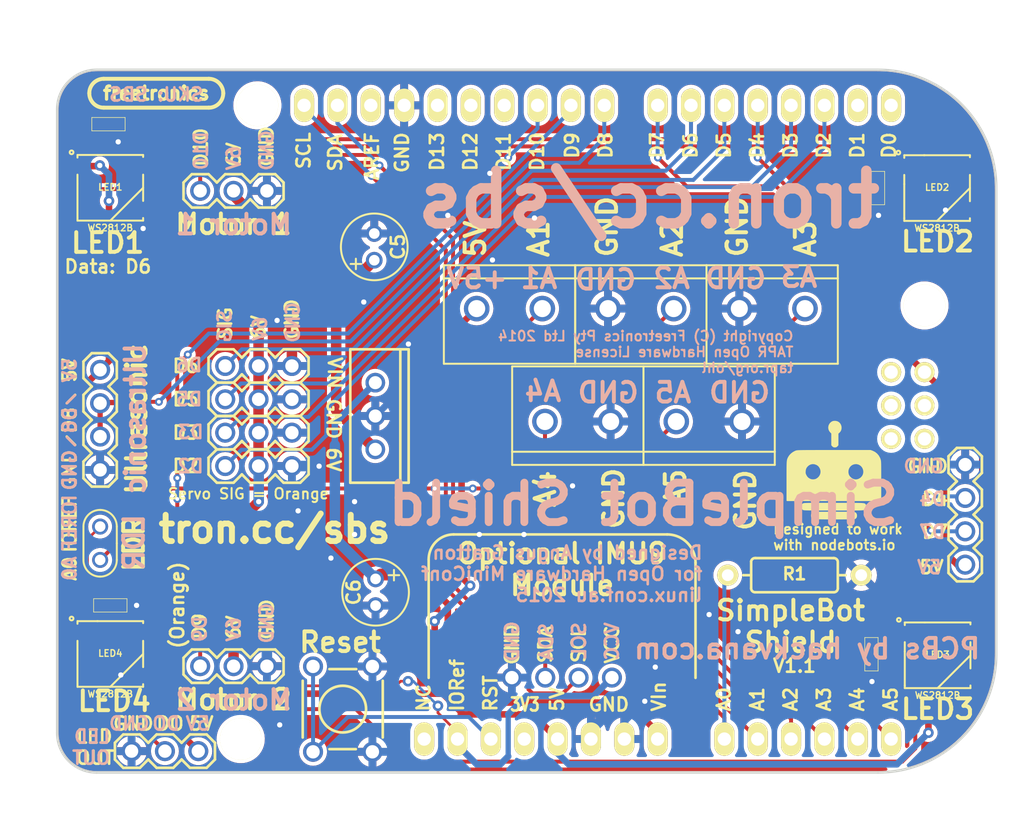
<source format=kicad_pcb>
(kicad_pcb (version 20221018) (generator pcbnew)
  (layers (0 "F.Cu" signal) (31 "B.Cu" signal) (34 "B.Paste" user) (35 "F.Paste" user) (36 "B.SilkS" user "B.Silkscreen") (37 "F.SilkS" user "F.Silkscreen") (38 "B.Mask" user) (39 "F.Mask" user) (44 "Edge.Cuts" user))
  (net 0 "")
  (net 1 "+5V")
  (net 2 "GND")
  (net 3 "/D2")
  (net 4 "/D6")
  (net 5 "/D3")
  (net 6 "/D9")
  (net 7 "/D5")
  (net 8 "/D10")
  (net 9 "Net-(LED1-Pad2)")
  (net 10 "Net-(LED2-Pad2)")
  (net 11 "Net-(LED3-Pad2)")
  (net 12 "IORef")
  (net 13 "/SCL")
  (net 14 "/SDA")
  (net 15 "/A1")
  (net 16 "/A2")
  (net 17 "/A3")
  (net 18 "/A4_SDA")
  (net 19 "/A5_SCL")
  (net 20 "/D8")
  (net 21 "/D7")
  (net 22 "/D4")
  (net 23 "/A0")
  (net 24 "Net-(SHIELD1-PadRST)")
  (net 25 "+6V")
  (net 26 "VIn")
  (net 27 "/DO")
  (footprint "FT:0603" (layer "F.Cu") (at 147.5 132.5 -90)
    (fp_text reference "C1" hide)
    (fp_text value "100nF" hide)
  )
  (footprint "FT:0603" (layer "F.Cu") (at 88.9 127.635)
    (fp_text reference "C2")
    (fp_text value "100nF")
  )
  (footprint "FT:0603" (layer "F.Cu") (at 89.04 164.28)
    (fp_text reference "C3")
    (fp_text value "100nF")
  )
  (footprint "FT:0603" (layer "F.Cu") (at 147 168 -90)
    (fp_text reference "C4")
    (fp_text value "100nF")
  )
  (footprint "FT:1X03" (layer "F.Cu") (at 97.79 153.67)
    (fp_text reference "K1" hide)
    (fp_text value "CONN_3" hide)
  )
  (footprint "FT:1X03" (layer "F.Cu") (at 97.79 146.05)
    (fp_text reference "K2" hide)
    (fp_text value "CONN_3" hide)
  )
  (footprint "FT:1X03" (layer "F.Cu") (at 97.79 151.13)
    (fp_text reference "K3" hide)
    (fp_text value "CONN_3" hide)
  )
  (footprint "FT:1X03" (layer "F.Cu") (at 95.885 168.91)
    (fp_text reference "K4" hide)
    (fp_text value "CONN_3" hide)
  )
  (footprint "FT:1X03" (layer "F.Cu") (at 97.79 148.59)
    (fp_text reference "K5" hide)
    (fp_text value "CONN_3" hide)
  )
  (footprint "FT:1X03" (layer "F.Cu") (at 95.885 132.715)
    (fp_text reference "K6" hide)
    (fp_text value "CONN_3" hide)
  )
  (footprint "FT:WS2812B" (layer "F.Cu") (at 89.04 132.48)
    (fp_text reference "LED1")
    (fp_text value "WS2812B")
  )
  (footprint "FT:WS2812B" (layer "F.Cu") (at 152 132.5)
    (fp_text reference "LED2")
    (fp_text value "WS2812B")
  )
  (footprint "FT:WS2812B" (layer "F.Cu") (at 152.04 168.08)
    (fp_text reference "LED3")
    (fp_text value "WS2812B")
  )
  (footprint "FT:WS2812B" (layer "F.Cu") (at 89.04 167.98)
    (fp_text reference "LED4")
    (fp_text value "WS2812B")
  )
  (footprint "FT:FT_MODULE_IMU9" (layer "F.Cu") (at 127.24 169.78 180)
    (fp_text reference "P2" hide)
    (fp_text value "CONN_4" hide)
  )
  (footprint "FT:1X04" (layer "F.Cu") (at 88.265 146.345 -90)
    (fp_text reference "P5")
    (fp_text value "CONN_4" hide)
  )
  (footprint "FT:1X04" (layer "F.Cu") (at 154.14 161.18 90)
    (fp_text reference "P6" hide)
    (fp_text value "CONN_4" hide)
  )
  (footprint "FT:ARDUINO_SHIELD" (layer "F.Cu") (at 85 177)
    (fp_text reference "SHIELD1" hide)
    (fp_text value "ARDUINO_SHIELD" hide)
  )
  (footprint "FT:TACTILE-PTH" (layer "F.Cu") (at 106.74 172.18 -90)
    (fp_text reference "SW1" hide)
    (fp_text value "BUTTON" hide)
  )
  (footprint "FT:SCREWTERMINAL-5MM-2" (layer "F.Cu") (at 119.44 141.68 180)
    (fp_text reference "JP1")
    (fp_text value "M02")
  )
  (footprint "FT:SCREWTERMINAL-5MM-2" (layer "F.Cu") (at 129.44 141.68 180)
    (fp_text reference "JP2")
    (fp_text value "M02")
  )
  (footprint "FT:SCREWTERMINAL-5MM-2" (layer "F.Cu") (at 139.44 141.68 180)
    (fp_text reference "JP3")
    (fp_text value "M02")
  )
  (footprint "FT:SCREWTERMINAL-5MM-2" (layer "F.Cu") (at 124.64 150.28)
    (fp_text reference "JP4")
    (fp_text value "M02")
  )
  (footprint "FT:SCREWTERMINAL-5MM-2" (layer "F.Cu") (at 134.64 150.28)
    (fp_text reference "JP5")
    (fp_text value "M02")
  )
  (footprint "E2-5" (layer "F.Cu") (at 109.14 136.98 90)
    (fp_text reference "C5")
    (fp_text value "100uF 25V" hide)
  )
  (footprint "CAP-PTH-SMALL" (layer "F.Cu") (at 88.265 158.28 -90)
    (fp_text reference "LDR1" hide)
    (fp_text value "PHOTORES_LDR" hide)
  )
  (footprint "FT:RES_AXIAL_400MIL" (layer "F.Cu") (at 141.14 161.98)
    (fp_text reference "R1")
    (fp_text value "R" hide)
  )
  (footprint "FT:E2-5" (layer "F.Cu") (at 109.24 163.28 -90)
    (fp_text reference "C6")
    (fp_text value "100uF 25V" hide)
  )
  (footprint "FT:TO220-IGO" (layer "F.Cu") (at 109.22 149.86 -90)
    (fp_text reference "REG1" hide)
    (fp_text value "LF60ABV" hide)
  )
  (footprint "FT:nodebot_logo" (layer "F.Cu") (at 144.14 153.98)
    (fp_text reference "G***" hide)
    (fp_text value "LOGO" hide)
  )
  (footprint "FT:LOGO_OSHW_silkscreen_5mm" (layer "F.Cu") (at 98.64 138.68)
    (fp_text reference "LOGO_OSHW_silkscreen_5mm" hide)
    (fp_text value "val**" hide)
  )
  (footprint "FT:LOGO_FREETRONICS_MIDSIZE" (layer "F.Cu") (at 92.54 125.28)
    (fp_text reference "LOGO_FREETRONICS" hide)
    (fp_text value "val**" hide)
  )
  (footprint "FT:1X03" (layer "F.Cu") (at 95.74 175.38 180)
    (fp_text reference "P1" hide)
    (fp_text value "CONN_3")
  )
  (gr_line (start 86.34 152.08) (end 85.74 151.48) (stroke (width 0.2)) (layer "B.SilkS"))
  (gr_line (start 85.74 148.88) (end 86.34 148.28) (stroke (width 0.2)) (layer "B.SilkS"))
  (gr_line (start 133.604 161.036) (end 133.604 169.799) (stroke (width 0.2)) (layer "F.SilkS"))
  (gr_line (start 113.284 169.799) (end 113.284 160.782) (stroke (width 0.2)) (layer "F.SilkS"))
  (gr_line (start 85.725 148.885) (end 86.36 148.25) (stroke (width 0.2)) (layer "F.SilkS"))
  (gr_line (start 115.189 158.877) (end 131.445 158.877) (stroke (width 0.2)) (layer "F.SilkS"))
  (gr_arc (start 131.445 158.877) (mid 132.971644 159.509356) (end 133.604 161.036) (stroke (width 0.2)) (layer "F.SilkS"))
  (gr_line (start 85.725 151.425) (end 86.36 152.06) (stroke (width 0.2)) (layer "F.SilkS"))
  (gr_arc (start 113.284 160.782) (mid 113.841962 159.434962) (end 115.189 158.877) (stroke (width 0.2)) (layer "F.SilkS"))
  (gr_line (start 88 123.5) (end 147.5 123.5) (stroke (width 0.2)) (layer "Edge.Cuts"))
  (gr_arc (start 88 177) (mid 85.87868 176.12132) (end 85 174) (stroke (width 0.2)) (layer "Edge.Cuts"))
  (gr_line (start 85 126.5) (end 85 174) (stroke (width 0.2)) (layer "Edge.Cuts"))
  (gr_arc (start 156.5 168) (mid 153.863961 174.363961) (end 147.5 177) (stroke (width 0.2)) (layer "Edge.Cuts"))
  (gr_arc (start 147.5 123.5) (mid 153.863961 126.136039) (end 156.5 132.5) (stroke (width 0.2)) (layer "Edge.Cuts"))
  (gr_arc (start 85 126.5) (mid 85.87868 124.37868) (end 88 123.5) (stroke (width 0.2)) (layer "Edge.Cuts"))
  (gr_line (start 88 177) (end 147.5 177) (stroke (width 0.2)) (layer "Edge.Cuts"))
  (gr_line (start 156.5 132.5) (end 156.5 168) (stroke (width 0.2)) (layer "Edge.Cuts"))
  (gr_text "6V" (at 100.44 142.18 90) (layer "B.SilkS") (effects (font (size 1 1) (thickness 0.2)) (justify left mirror)))
  (gr_text "SIG" (at 97.74 141.68 90) (layer "B.SilkS") (effects (font (size 1 1) (thickness 0.2)) (justify left mirror)))
  (gr_text "A0" (at 85.94 161.48 90) (layer "B.SilkS") (effects (font (size 1 1) (thickness 0.2)) (justify mirror)))
  (gr_text "Motor 2" (at 98.44 171.48) (layer "B.SilkS") (effects (font (size 1.5 1.5) (thickness 0.3)) (justify mirror)))
  (gr_text "Ultrasonic" (at 90.94 150.08 90) (layer "B.SilkS") (effects (font (size 1.5 1.5) (thickness 0.3)) (justify mirror)))
  (gr_text "D6" (at 93.94 145.98) (layer "B.SilkS") (effects (font (size 1 1) (thickness 0.2)) (justify right mirror)))
  (gr_text "D3" (at 94.04 151.08) (layer "B.SilkS") (effects (font (size 1 1) (thickness 0.2)) (justify right mirror)))
  (gr_text "GND" (at 119.64 168.68 90) (layer "B.SilkS") (effects (font (size 1 1) (thickness 0.2)) (justify right mirror)))
  (gr_text "SimpleBot Shield" (at 129.64 156.58) (layer "B.SilkS") (effects (font (size 3 3) (thickness 0.6)) (justify mirror)))
  (gr_text "D10" (at 95.94 128.08 90) (layer "B.SilkS") (effects (font (size 1 1) (thickness 0.2)) (justify left mirror)))
  (gr_text "GND" (at 152.64 153.68) (layer "B.SilkS") (effects (font (size 1 1) (thickness 0.2)) (justify left mirror)))
  (gr_text "A4" (at 123.54 147.98) (layer "B.SilkS") (effects (font (size 1.5 1.5) (thickness 0.3)) (justify left mirror)))
  (gr_text "D7" (at 152.74 158.68) (layer "B.SilkS") (effects (font (size 1 1) (thickness 0.2)) (justify left mirror)))
  (gr_text "GND" (at 102.94 141.08 90) (layer "B.SilkS") (effects (font (size 1 1) (thickness 0.2)) (justify left mirror)))
  (gr_text "PCBs by hackvana.com" (at 155.44 167.58) (layer "B.SilkS") (effects (font (size 1.5 1.5) (thickness 0.3)) (justify left mirror)))
  (gr_text "D2" (at 94.04 153.68) (layer "B.SilkS") (effects (font (size 1 1) (thickness 0.2)) (justify right mirror)))
  (gr_text "SCL" (at 124.74 168.48 90) (layer "B.SilkS") (effects (font (size 1 1) (thickness 0.2)) (justify right mirror)))
  (gr_text "A2" (at 133.34 139.38) (layer "B.SilkS") (effects (font (size 1.5 1.5) (thickness 0.3)) (justify left mirror)))
  (gr_text "GND" (at 100.94 127.98 90) (layer "B.SilkS") (effects (font (size 1 1) (thickness 0.2)) (justify left mirror)))
  (gr_text "GND" (at 100.94 163.98 90) (layer "B.SilkS") (effects (font (size 1 1) (thickness 0.2)) (justify left mirror)))
  (gr_text "SKU: SBS" (at 96.24 125.38) (layer "B.SilkS") (effects (font (size 1 1) (thickness 0.2)) (justify left mirror)))
  (gr_text "GND" (at 129.44 148.08) (layer "B.SilkS") (effects (font (size 1.5 1.5) (thickness 0.3)) (justify left mirror)))
  (gr_text "Copyright (C) Freetronics Pty Ltd 2014\nTAPR Open Hardware License\ntapr.org/ohl" (at 141.14 144.98) (layer "B.SilkS") (effects (font (size 0.75 0.75)) (justify left mirror)))
  (gr_text "GND" (at 139.14 139.38) (layer "B.SilkS") (effects (font (size 1.5 1.5) (thickness 0.3)) (justify left mirror)))
  (gr_text "IOREF" (at 85.94 158.005 90) (layer "B.SilkS") (effects (font (size 1 1) (thickness 0.2)) (justify mirror)))
  (gr_text "A1" (at 123.24 139.38) (layer "B.SilkS") (effects (font (size 1.5 1.5) (thickness 0.3)) (justify left mirror)))
  (gr_text "5V" (at 85.94 146.38 90) (layer "B.SilkS") (effects (font (size 1 1) (thickness 0.2)) (justify mirror)))
  (gr_text "+5V" (at 119.44 139.38) (layer "B.SilkS") (effects (font (size 1.5 1.5) (thickness 0.3)) (justify left mirror)))
  (gr_text "6V" (at 98.44 165.08 90) (layer "B.SilkS") (effects (font (size 1 1) (thickness 0.2)) (justify left mirror)))
  (gr_text "6V" (at 98.44 129.18 90) (layer "B.SilkS") (effects (font (size 1 1) (thickness 0.2)) (justify left mirror)))
  (gr_text "D9" (at 95.84 164.98 90) (layer "B.SilkS") (effects (font (size 1 1) (thickness 0.2)) (justify left mirror)))
  (gr_text "DO" (at 94.44 173.28) (layer "B.SilkS") (effects (font (size 1 1) (thickness 0.2)) (justify left mirror)))
  (gr_text "LDR" (at 90.84 159.48 90) (layer "B.SilkS") (effects (font (size 1.5 1.5) (thickness 0.3)) (justify mirror)))
  (gr_text "5V" (at 96.74 173.28) (layer "B.SilkS") (effects (font (size 1 1) (thickness 0.2)) (justify left mirror)))
  (gr_text "D5" (at 93.94 148.58) (layer "B.SilkS") (effects (font (size 1 1) (thickness 0.2)) (justify right mirror)))
  (gr_text "GND" (at 129.24 139.48) (layer "B.SilkS") (effects (font (size 1.5 1.5) (thickness 0.3)) (justify left mirror)))
  (gr_text "A5" (at 133.44 148.08) (layer "B.SilkS") (effects (font (size 1.5 1.5) (thickness 0.3)) (justify left mirror)))
  (gr_text "LED\nOUT" (at 89.14 175.08) (layer "B.SilkS") (effects (font (size 1 1) (thickness 0.2)) (justify left mirror)))
  (gr_text "5V" (at 152.44 161.38) (layer "B.SilkS") (effects (font (size 1 1) (thickness 0.2)) (justify left mirror)))
  (gr_text "SDA" (at 122.24 168.58 90) (layer "B.SilkS") (effects (font (size 1 1) (thickness 0.2)) (justify right mirror)))
  (gr_text "Designed by Angus Gratton\nfor Open Hardware MiniConf\nlinux.conf.au 2015" (at 134.24 161.88) (layer "B.SilkS") (effects (font (size 1 1) (thickness 0.2)) (justify left mirror)))
  (gr_text "GND" (at 92.14 173.28) (layer "B.SilkS") (effects (font (size 1 1) (thickness 0.2)) (justify left mirror)))
  (gr_text "D8" (at 85.94 150.18 90) (layer "B.SilkS") (effects (font (size 1 1) (thickness 0.2)) (justify mirror)))
  (gr_text "Motor 1" (at 98.44 135.28) (layer "B.SilkS") (effects (font (size 1.5 1.5) (thickness 0.3)) (justify mirror)))
  (gr_text "D4" (at 152.74 156.18) (layer "B.SilkS") (effects (font (size 1 1) (thickness 0.2)) (justify left mirror)))
  (gr_text "A3" (at 143.04 139.28) (layer "B.SilkS") (effects (font (size 1.5 1.5) (thickness 0.3)) (justify left mirror)))
  (gr_text "tron.cc/sbs" (at 130.04 133.38) (layer "B.SilkS") (effects (font (size 4 4) (thickness 0.8)) (justify mirror)))
  (gr_text "VCC" (at 127.24 168.58 90) (layer "B.SilkS") (effects (font (size 1 1) (thickness 0.2)) (justify right mirror)))
  (gr_text "GND" (at 85.94 153.98 90) (layer "B.SilkS") (effects (font (size 1 1) (thickness 0.2)) (justify mirror)))
  (gr_text "GND" (at 139.44 148.08) (layer "B.SilkS") (effects (font (size 1.5 1.5) (thickness 0.3)) (justify left mirror)))
  (gr_text "D8" (at 126.746 128.143 90) (layer "F.SilkS") (effects (font (size 1 1) (thickness 0.2)) (justify right)))
  (gr_text "Ultrasonic" (at 91.04 150.08 90) (layer "F.SilkS") (effects (font (size 1.5 1.5) (thickness 0.3))))
  (gr_text "D10" (at 95.94 130.98 90) (layer "F.SilkS") (effects (font (size 1 1) (thickness 0.2)) (justify left)))
  (gr_text "DO" (at 92.44 173.28) (layer "F.SilkS") (effects (font (size 1 1) (thickness 0.2)) (justify left)))
  (gr_text "GND" (at 100.965 167.005 90) (layer "F.SilkS") (effects (font (size 1 1) (thickness 0.2)) (justify left)))
  (gr_text "SIG" (at 97.79 144.145 90) (layer "F.SilkS") (effects (font (size 1 1) (thickness 0.2)) (justify left)))
  (gr_text "LED3" (at 152.04 172.18) (layer "F.SilkS") (effects (font (size 1.5 1.5) (thickness 0.3))))
  (gr_text "Designed to work\nwith nodebots.io" (at 139.44 159.08) (layer "F.SilkS") (effects (font (size 0.75 0.75)) (justify left)))
  (gr_text "GND" (at 137.414 158.75 90) (layer "F.SilkS") (effects (font (size 1.5 1.5) (thickness 0.3)) (justify left)))
  (gr_text "GND" (at 106.04 150.08 270) (layer "F.SilkS") (effects (font (size 1 1) (thickness 0.2))))
  (gr_text "3V3" (at 119.38 171.831) (layer "F.SilkS") (effects (font (size 1 0.8) (thickness 0.2)) (justify left)))
  (gr_text "NC" (at 112.903 172.466 90) (layer "F.SilkS") (effects (font (size 1 1) (thickness 0.2)) (justify left)))
  (gr_text "5V" (at 116.84 137.922 90) (layer "F.SilkS") (effects (font (size 1.5 1.5) (thickness 0.3)) (justify left)))
  (gr_text "A4" (at 122.174 156.972 90) (layer "F.SilkS") (effects (font (size 1.5 1.5) (thickness 0.3)) (justify left)))
  (gr_text "5V" (at 85.94 146.38 90) (layer "F.SilkS") (effects (font (size 1 1) (thickness 0.2))))
  (gr_text "5V" (at 150.54 161.38) (layer "F.SilkS") (effects (font (size 1 1) (thickness 0.2)) (justify left)))
  (gr_text "D5" (at 95.885 148.59) (layer "F.SilkS") (effects (font (size 1 1) (thickness 0.2)) (justify right)))
  (gr_text "LED2" (at 152.04 136.58) (layer "F.SilkS") (effects (font (size 1.5 1.5) (thickness 0.3))))
  (gr_text "A1" (at 121.666 137.922 90) (layer "F.SilkS") (effects (font (size 1.5 1.5) (thickness 0.3)) (justify left)))
  (gr_text "Motor 1" (at 98.425 135.255) (layer "F.SilkS") (effects (font (size 1.5 1.5) (thickness 0.3))))
  (gr_text "LED1" (at 88.84 136.68) (layer "F.SilkS") (effects (font (size 1.5 1.5) (thickness 0.3))))
  (gr_text "SCL" (at 103.759 128.143 90) (layer "F.SilkS") (effects (font (size 1 1) (thickness 0.2)) (justify right)))
  (gr_text "GND" (at 89.14 173.28) (layer "F.SilkS") (effects (font (size 1 1) (thickness 0.2)) (justify left)))
  (gr_text "A0" (at 85.94 161.48 90) (layer "F.SilkS") (effects (font (size 1 1) (thickness 0.2))))
  (gr_text "LED\nOUT" (at 86.34 175.08) (layer "F.SilkS") (effects (font (size 1 1) (thickness 0.2)) (justify left)))
  (gr_text "SimpleBot\nShield" (at 140.84 165.88) (layer "F.SilkS") (effects (font (size 1.5 1.5) (thickness 0.3))))
  (gr_text "Servo SIG = Orange" (at 93.34 155.78) (layer "F.SilkS") (effects (font (size 0.8 0.8)) (justify left)))
  (gr_text "D7" (at 150.74 158.68) (layer "F.SilkS") (effects (font (size 1 1) (thickness 0.2)) (justify left)))
  (gr_text "6V" (at 106.04 153.18 270) (layer "F.SilkS") (effects (font (size 1 1) (thickness 0.2))))
  (gr_text "GND" (at 100.94 130.98 90) (layer "F.SilkS") (effects (font (size 1 1) (thickness 0.2)) (justify left)))
  (gr_text "D11" (at 118.999 128.143 90) (layer "F.SilkS") (effects (font (size 1 1) (thickness 0.2)) (justify right)))
  (gr_text "D2" (at 143.383 128.143 90) (layer "F.SilkS") (effects (font (size 1 1) (thickness 0.2)) (justify right)))
  (gr_text "D12" (at 116.459 128.143 90) (layer "F.SilkS") (effects (font (size 1 1) (thickness 0.2)) (justify right)))
  (gr_text "GND" (at 85.94 153.98 90) (layer "F.SilkS") (effects (font (size 1 1) (thickness 0.2))))
  (gr_text "D2" (at 95.885 153.67) (layer "F.SilkS") (effects (font (size 1 1) (thickness 0.2)) (justify right)))
  (gr_text "A5" (at 132.08 156.845 90) (layer "F.SilkS") (effects (font (size 1.5 1.5) (thickness 0.3)) (justify left)))
  (gr_text "tron.cc/sbs" (at 101.54 158.48) (layer "F.SilkS") (effects (font (size 2 2) (thickness 0.45))))
  (gr_text "V1.1\n" (at 141.14 168.88) (layer "F.SilkS") (effects (font (size 1 1) (thickness 0.2))))
  (gr_text "GND" (at 126.873 137.922 90) (layer "F.SilkS") (effects (font (size 1.5 1.5) (thickness 0.3)) (justify left)))
  (gr_text "6V" (at 100.33 144.145 90) (layer "F.SilkS") (effects (font (size 1 1) (thickness 0.2)) (justify left)))
  (gr_text "Optional IMU9\nModule" (at 123.444 161.544) (layer "F.SilkS") (effects (font (size 1.5 1.5) (thickness 0.3))))
  (gr_text "A1" (at 138.303 172.466 90) (layer "F.SilkS") (effects (font (size 1 1) (thickness 0.2)) (justify left)))
  (gr_text "D9" (at 95.84 166.98 90) (layer "F.SilkS") (effects (font (size 1 1) (thickness 0.2)) (justify left)))
  (gr_text "A0" (at 135.763 172.466 90) (layer "F.SilkS") (effects (font (size 1 1) (thickness 0.2)) (justify left)))
  (gr_text "D8" (at 85.94 150.18 90) (layer "F.SilkS") (effects (font (size 1 1) (thickness 0.2))))
  (gr_text "D13" (at 113.919 128.143 90) (layer "F.SilkS") (effects (font (size 1 1) (thickness 0.2)) (justify right)))
  (gr_text "LDR" (at 90.84 159.58 90) (layer "F.SilkS") (effects (font (size 1.5 1.5) (thickness 0.3))))
  (gr_text "A3" (at 141.986 137.922 90) (layer "F.SilkS") (effects (font (size 1.5 1.5) (thickness 0.3)) (justify left)))
  (gr_text "LED4" (at 89.34 171.58) (layer "F.SilkS") (effects (font (size 1.5 1.5) (thickness 0.3))))
  (gr_text "D1" (at 145.923 128.143 90) (layer "F.SilkS") (effects (font (size 1 1) (thickness 0.2)) (justify right)))
  (gr_text "5V" (at 94.94 173.28) (layer "F.SilkS") (effects (font (size 1 1) (thickness 0.2)) (justify left)))
  (gr_text "A2" (at 140.843 172.466 90) (layer "F.SilkS") (effects (font (size 1 1) (thickness 0.2)) (justify left)))
  (gr_text "GND" (at 125.349 171.831) (layer "F.SilkS") (effects (font (size 1 1) (thickness 0.2)) (justify left)))
  (gr_text "GND" (at 102.87 144.145 90) (layer "F.SilkS") (effects (font (size 1 1) (thickness 0.2)) (justify left)))
  (gr_text "D10" (at 121.539 128.143 90) (layer "F.SilkS") (effects (font (size 1 1) (thickness 0.2)) (justify right)))
  (gr_text "SDA" (at 106.172 128.27 90) (layer "F.SilkS") (effects (font (size 1 1) (thickness 0.2)) (justify right)))
  (gr_text "VIN" (at 106.14 146.58 270) (layer "F.SilkS") (effects (font (size 1 1) (thickness 0.2))))
  (gr_text "A2" (at 131.826 137.922 90) (layer "F.SilkS") (effects (font (size 1.5 1.5) (thickness 0.3)) (justify left)))
  (gr_text "D6" (at 133.223 128.143 90) (layer "F.SilkS") (effects (font (size 1 1) (thickness 0.2)) (justify right)))
  (gr_text "D0" (at 148.336 128.143 90) (layer "F.SilkS") (effects (font (size 1 1) (thickness 0.2)) (justify right)))
  (gr_text "RST" (at 117.983 172.466 90) (layer "F.SilkS") (effects (font (size 1 1) (thickness 0.2)) (justify left)))
  (gr_text "GND" (at 136.779 137.922 90) (layer "F.SilkS") (effects (font (size 1.5 1.5) (thickness 0.3)) (justify left)))
  (gr_text "D3" (at 140.843 128.143 90) (layer "F.SilkS") (effects (font (size 1 1) (thickness 0.2)) (justify right)))
  (gr_text "GND" (at 111.252 128.143 90) (layer "F.SilkS") (effects (font (size 1 1) (thickness 0.2)) (justify right)))
  (gr_text "IORef" (at 115.443 172.466 90) (layer "F.SilkS") (effects (font (size 1 1) (thickness 0.2)) (justify left)))
  (gr_text "(Orange)" (at 94.14 167.68 90) (layer "F.SilkS") (effects (font (size 1 1) (thickness 0.2)) (justify left)))
  (gr_text "A3" (at 143.383 172.466 90) (layer "F.SilkS") (effects (font (size 1 1) (thickness 0.2)) (justify left)))
  (gr_text "6V" (at 98.425 167.005 90) (layer "F.SilkS") (effects (font (size 1 1) (thickness 0.2)) (justify left)))
  (gr_text "IOREF" (at 85.94 158.105 90) (layer "F.SilkS") (effects (font (size 1 1) (thickness 0.2))))
  (gr_text "D5" (at 135.763 128.143 90) (layer "F.SilkS") (effects (font (size 1 1) (thickness 0.2)) (justify right)))
  (gr_text "AREF" (at 108.966 128.143 90) (layer "F.SilkS") (effects (font (size 1 1) (thickness 0.2)) (justify right)))
  (gr_text "D4" (at 138.303 128.143 90) (layer "F.SilkS") (effects (font (size 1 1) (thickness 0.2)) (justify right)))
  (gr_text "D9" (at 124.206 128.143 90) (layer "F.SilkS") (effects (font (size 1 1) (thickness 0.2)) (justify right)))
  (gr_text "GND" (at 149.64 153.68) (layer "F.SilkS") (effects (font (size 1 1) (thickness 0.2)) (justify left)))
  (gr_text "D3" (at 95.885 151.13) (layer "F.SilkS") (effects (font (size 1 1) (thickness 0.2)) (justify right)))
  (gr_text "D6" (at 95.885 146.05) (layer "F.SilkS") (effects (font (size 1 1) (thickness 0.2)) (justify right)))
  (gr_text "VIn" (at 130.81 172.466 90) (layer "F.SilkS") (effects (font (size 1 1) (thickness 0.2)) (justify left)))
  (gr_text "A4" (at 145.923 172.466 90) (layer "F.SilkS") (effects (font (size 1 1) (thickness 0.2)) (justify left)))
  (gr_text "Motor 2" (at 98.425 171.45) (layer "F.SilkS") (effects (font (size 1.5 1.5) (thickness 0.3))))
  (gr_text "D7" (at 130.683 128.143 90) (layer "F.SilkS") (effects (font (size 1 1) (thickness 0.2)) (justify right)))
  (gr_text "A5" (at 148.463 172.466 90) (layer "F.SilkS") (effects (font (size 1 1) (thickness 0.2)) (justify left)))
  (gr_text "D4" (at 150.74 156.18) (layer "F.SilkS") (effects (font (size 1 1) (thickness 0.2)) (justify left)))
  (gr_text "6V" (at 98.44 130.98 90) (layer "F.SilkS") (effects (font (size 1 1) (thickness 0.2)) (justify left)))
  (gr_text "Data: D6" (at 85.44 138.48) (layer "F.SilkS") (effects (font (size 1 1) (thickness 0.2)) (justify left)))
  (gr_text "5V" (at 123.063 172.466 90) (layer "F.SilkS") (effects (font (size 1 1) (thickness 0.2)) (justify left)))
  (gr_text "Reset" (at 106.54 167.08) (layer "F.SilkS") (effects (font (size 1.5 1.5) (thickness 0.3))))
  (gr_text "GND" (at 127.381 158.623 90) (layer "F.SilkS") (effects (font (size 1.5 1.5) (thickness 0.3)) (justify left)))
  (segment (start 121.22 172.58) (end 123.1 174.46) (width 0.5) (layer "F.Cu") (net 1))
  (segment (start 116.34 172.58) (end 121.22 172.58) (width 0.5) (layer "F.Cu") (net 1))
  (segment (start 86.885 127.635) (end 86.55 127.97) (width 0.5) (layer "F.Cu") (net 1))
  (segment (start 152.54 148.02) (end 152.54 160.18) (width 0.5) (layer "F.Cu") (net 1))
  (segment (start 153.54 161.18) (end 152.54 160.18) (width 0.5) (layer "F.Cu") (net 1))
  (segment (start 148.388 130.85) (end 147.5 131.738) (width 0.5) (layer "F.Cu") (net 1))
  (segment (start 146.582 131.738) (end 146.14 132.18) (width 0.5) (layer "F.Cu") (net 1))
  (segment (start 146.14 132.18) (end 146.14 141.62) (width 0.5) (layer "F.Cu") (net 1))
  (segment (start 146.14 141.62) (end 151.04 146.52) (width 0.5) (layer "F.Cu") (net 1))
  (segment (start 88.24 130.78) (end 88.19 130.83) (width 0.5) (layer "F.Cu") (net 1))
  (segment (start 86.59 130.83) (end 88.19 130.83) (width 0.5) (layer "F.Cu") (net 1))
  (segment (start 86.55 130.79) (end 86.59 130.83) (width 0.5) (layer "F.Cu") (net 1))
  (segment (start 115.790002 142.829998) (end 115.790002 162.130002) (width 0.5) (layer "F.Cu") (net 1))
  (segment (start 115.790002 162.130002) (end 116.44 162.78) (width 0.5) (layer "F.Cu") (net 1))
  (segment (start 92.74 173.38) (end 92.84 173.38) (width 0.5) (layer "F.Cu") (net 1))
  (segment (start 93.74 173.38) (end 95.74 175.38) (width 0.5) (layer "F.Cu") (net 1))
  (segment (start 86.55 148.06) (end 88.265 146.345) (width 0.5) (layer "F.Cu") (net 1))
  (segment (start 88.94 145.67) (end 88.265 146.345) (width 0.5) (layer "F.Cu") (net 1))
  (segment (start 92.84 173.38) (end 93.74 173.38) (width 0.5) (layer "F.Cu") (net 1))
  (segment (start 91.84 173.38) (end 88.34 169.88) (width 0.5) (layer "F.Cu") (net 1))
  (segment (start 88.34 169.88) (end 88.34 168.08) (width 0.5) (layer "F.Cu") (net 1))
  (segment (start 88.34 168.08) (end 86.59 166.33) (width 0.5) (layer "F.Cu") (net 1))
  (segment (start 86.59 162.092) (end 86.55 162.052) (width 0.5) (layer "F.Cu") (net 1))
  (segment (start 86.59 164.28) (end 86.59 162.092) (width 0.5) (layer "F.Cu") (net 1))
  (segment (start 149.59 163.13) (end 152.54 160.18) (width 0.5) (layer "F.Cu") (net 1))
  (segment (start 147.808 166.43) (end 147 167.238) (width 0.5) (layer "F.Cu") (net 1))
  (segment (start 151.34 168.18) (end 149.59 166.43) (width 0.5) (layer "F.Cu") (net 1))
  (segment (start 151.34 173.98) (end 151.34 168.18) (width 0.5) (layer "F.Cu") (net 1))
  (segment (start 149.59 166.43) (end 149.59 163.13) (width 0.5) (layer "F.Cu") (net 1))
  (segment (start 115.74 172.372998) (end 113.74 170.372998) (width 0.5) (layer "F.Cu") (net 1))
  (segment (start 113.74 170.372998) (end 113.74 166.045685) (width 0.5) (layer "F.Cu") (net 1))
  (segment (start 115.74 172.58) (end 115.74 172.372998) (width 0.5) (layer "F.Cu") (net 1))
  (segment (start 147.5 131.738) (end 146.582 131.738) (width 0.5) (layer "F.Cu") (net 1))
  (segment (start 116.34 172.58) (end 115.74 172.58) (width 0.5) (layer "F.Cu") (net 1))
  (segment (start 95.485705 171.005009) (end 94.064991 169.584295) (width 0.5) (layer "F.Cu") (net 1))
  (segment (start 86.885 127.635) (end 88.138 127.635) (width 0.5) (layer "F.Cu") (net 1))
  (segment (start 94.064991 169.584295) (end 94.064991 166.703533) (width 0.5) (layer "F.Cu") (net 1))
  (segment (start 88.94 133.48) (end 88.94 145.67) (width 0.5) (layer "F.Cu") (net 1))
  (segment (start 92.641458 165.28) (end 88.397 165.28) (width 0.5) (layer "F.Cu") (net 1))
  (segment (start 86.55 130.79) (end 86.55 127.97) (width 0.5) (layer "F.Cu") (net 1))
  (segment (start 86.59 166.33) (end 86.59 164.28) (width 0.5) (layer "F.Cu") (net 1))
  (segment (start 113.74 166.045685) (end 113.74 165.48) (width 0.5) (layer "F.Cu") (net 1))
  (segment (start 154.14 161.18) (end 153.54 161.18) (width 0.5) (layer "F.Cu") (net 1))
  (segment (start 151.04 146.52) (end 152.54 148.02) (width 0.5) (layer "F.Cu") (net 1))
  (segment (start 149.59 166.43) (end 147.808 166.43) (width 0.5) (layer "F.Cu") (net 1))
  (segment (start 92.84 173.38) (end 91.84 173.38) (width 0.5) (layer "F.Cu") (net 1))
  (segment (start 88.278 165.161) (end 88.278 164.28) (width 0.5) (layer "F.Cu") (net 1))
  (segment (start 88.397 165.28) (end 88.278 165.161) (width 0.5) (layer "F.Cu") (net 1))
  (segment (start 94.064991 166.703533) (end 92.641458 165.28) (width 0.5) (layer "F.Cu") (net 1))
  (segment (start 116.94 141.68) (end 115.790002 142.829998) (width 0.5) (layer "F.Cu") (net 1))
  (segment (start 116.94 141.68) (end 116.39 142.23) (width 0.5) (layer "F.Cu") (net 1))
  (segment (start 149.55 130.85) (end 148.388 130.85) (width 0.5) (layer "F.Cu") (net 1))
  (segment (start 115.74 172.372998) (end 114.372011 171.005009) (width 0.5) (layer "F.Cu") (net 1))
  (segment (start 86.59 164.28) (end 88.278 164.28) (width 0.5) (layer "F.Cu") (net 1))
  (segment (start 114.372011 171.005009) (end 95.485705 171.005009) (width 0.5) (layer "F.Cu") (net 1))
  (segment (start 86.55 162.052) (end 86.55 148.06) (width 0.5) (layer "F.Cu") (net 1))
  (via (at 113.74 165.48) (size 0.8) (drill 0.4) (layers "F.Cu" "B.Cu") (net 1))
  (via (at 88.24 130.78) (size 0.8) (drill 0.4) (layers "F.Cu" "B.Cu") (net 1))
  (via (at 88.94 133.48) (size 0.8) (drill 0.4) (layers "F.Cu" "B.Cu") (net 1))
  (via (at 116.44 162.78) (size 0.8) (drill 0.4) (layers "F.Cu" "B.Cu") (net 1))
  (via (at 151.34 173.98) (size 0.8) (drill 0.4) (layers "F.Cu" "B.Cu") (net 1))
  (segment (start 123.1 175.54) (end 123.94 176.38) (width 0.5) (layer "B.Cu") (net 1))
  (segment (start 123.94 176.38) (end 148.94 176.38) (width 0.5) (layer "B.Cu") (net 1))
  (segment (start 148.94 176.38) (end 151.34 173.98) (width 0.5) (layer "B.Cu") (net 1))
  (segment (start 88.94 131.48) (end 88.24 130.78) (width 0.5) (layer "B.Cu") (net 1))
  (segment (start 113.74 165.48) (end 116.44 162.78) (width 0.5) (layer "B.Cu") (net 1))
  (segment (start 123.1 174.46) (end 123.1 175.54) (width 0.5) (layer "B.Cu") (net 1))
  (segment (start 88.94 133.48) (end 88.94 131.48) (width 0.5) (layer "B.Cu") (net 1))
  (segment (start 107.7912 175.4312) (end 105.74 173.38) (width 0.5) (layer "F.Cu") (net 2))
  (segment (start 105.74 173.38) (end 101.94 173.38) (width 0.5) (layer "F.Cu") (net 2))
  (segment (start 114.74 134.58) (end 117.94 131.38) (width 0.5) (layer "F.Cu") (net 2))
  (segment (start 111.74 144.38) (end 111.54 144.38) (width 0.5) (layer "F.Cu") (net 2))
  (segment (start 111.54 144.38) (end 108.34 141.18) (width 0.5) (layer "F.Cu") (net 2))
  (segment (start 91.44 169.58) (end 89.84 169.58) (width 0.5) (layer "F.Cu") (net 2))
  (segment (start 91.54 134.18) (end 91.54 135.58) (width 0.5) (layer "F.Cu") (net 2))
  (segment (start 89.64 127.657) (end 89.64 128.98) (width 0.5) (layer "F.Cu") (net 2))
  (segment (start 147.54 133.302) (end 147.54 134.58) (width 0.5) (layer "F.Cu") (net 2))
  (segment (start 154.42 134.18) (end 152.64 134.18) (width 0.5) (layer "F.Cu") (net 2))
  (segment (start 147.04 168.802) (end 147.04 170.08) (width 0.5) (layer "F.Cu") (net 2))
  (segment (start 130.54 168.98) (end 120.54 158.98) (width 0.8) (layer "F.Cu") (net 2))
  (segment (start 120.54 158.98) (end 120.54 158.88) (width 0.8) (layer "F.Cu") (net 2))
  (segment (start 135.54 164.98) (end 136.84 166.28) (width 0.8) (layer "F.Cu") (net 2))
  (segment (start 105.84 160.68) (end 107.64 158.88) (width 0.8) (layer "F.Cu") (net 2))
  (segment (start 104.04 156.38) (end 103.34 157.08) (width 0.8) (layer "F.Cu") (net 2))
  (segment (start 102.87 143.71) (end 101.74 142.58) (width 0.8) (layer "F.Cu") (net 2))
  (segment (start 91.49 169.63) (end 91.44 169.58) (width 0.5) (layer "F.Cu") (net 2))
  (segment (start 154.45 134.15) (end 154.42 134.18) (width 0.5) (layer "F.Cu") (net 2))
  (segment (start 102.87 146.05) (end 102.87 143.71) (width 0.8) (layer "F.Cu") (net 2))
  (segment (start 117.94 131.38) (end 121.34 134.78) (width 0.5) (layer "F.Cu") (net 2))
  (segment (start 147.5 133.262) (end 147.54 133.302) (width 0.5) (layer "F.Cu") (net 2))
  (segment (start 89.802 164.28) (end 91.04 164.28) (width 0.5) (layer "F.Cu") (net 2))
  (segment (start 109.0006 175.4312) (end 107.7912 175.4312) (width 0.5) (layer "F.Cu") (net 2))
  (segment (start 89.662 127.635) (end 89.64 127.657) (width 0.5) (layer "F.Cu") (net 2))
  (segment (start 147 168.762) (end 147.04 168.802) (width 0.5) (layer "F.Cu") (net 2))
  (segment (start 91.49 134.13) (end 91.54 134.18) (width 0.5) (layer "F.Cu") (net 2))
  (segment (start 134.64 164.98) (end 135.54 164.98) (width 0.8) (layer "F.Cu") (net 2))
  (segment (start 107.64 156.38) (end 104.04 156.38) (width 0.8) (layer "F.Cu") (net 2))
  (via (at 118.14 137.98) (size 0.8) (drill 0.4) (layers "F.Cu" "B.Cu") (net 2))
  (via (at 111.74 144.38) (size 0.8) (drill 0.4) (layers "F.Cu" "B.Cu") (net 2))
  (via (at 134.64 164.98) (size 0.8) (drill 0.4) (layers "F.Cu" "B.Cu") (net 2))
  (via (at 107.64 156.38) (size 0.8) (drill 0.4) (layers "F.Cu" "B.Cu") (net 2))
  (via (at 120.54 158.88) (size 0.8) (drill 0.4) (layers "F.Cu" "B.Cu") (net 2))
  (via (at 91.04 164.28) (size 0.8) (drill 0.4) (layers "F.Cu" "B.Cu") (net 2))
  (via (at 117.14 158.88) (size 0.8) (drill 0.4) (layers "F.Cu" "B.Cu") (net 2))
  (via (at 104.94 153.68) (size 0.8) (drill 0.4) (layers "F.Cu" "B.Cu") (net 2))
  (via (at 105.84 160.68) (size 0.8) (drill 0.4) (layers "F.Cu" "B.Cu") (net 2))
  (via (at 117.94 131.38) (size 0.8) (drill 0.4) (layers "F.Cu" "B.Cu") (net 2))
  (via (at 89.64 128.98) (size 0.8) (drill 0.4) (layers "F.Cu" "B.Cu") (net 2))
  (via (at 101.74 142.58) (size 0.8) (drill 0.4) (layers "F.Cu" "B.Cu") (net 2))
  (via (at 91.54 135.58) (size 0.8) (drill 0.4) (layers "F.Cu" "B.Cu") (net 2))
  (via (at 121.34 134.78) (size 0.8) (drill 0.4) (layers "F.Cu" "B.Cu") (net 2))
  (via (at 89.84 169.58) (size 0.8) (drill 0.4) (layers "F.Cu" "B.Cu") (net 2))
  (via (at 108.34 141.18) (size 0.8) (drill 0.4) (layers "F.Cu" "B.Cu") (net 2))
  (via (at 147.54 134.58) (size 0.8) (drill 0.4) (layers "F.Cu" "B.Cu") (net 2))
  (via (at 129.74 171.58) (size 0.8) (drill 0.4) (layers "F.Cu" "B.Cu") (net 2))
  (via (at 114.74 134.58) (size 0.8) (drill 0.4) (layers "F.Cu" "B.Cu") (net 2))
  (via (at 136.84 166.28) (size 0.8) (drill 0.4) (layers "F.Cu" "B.Cu") (net 2))
  (via (at 107.64 158.88) (size 0.8) (drill 0.4) (layers "F.Cu" "B.Cu") (net 2))
  (via (at 124.24 155.18) (size 0.8) (drill 0.4) (layers "F.Cu" "B.Cu") (net 2))
  (via (at 103.34 157.08) (size 0.8) (drill 0.4) (layers "F.Cu" "B.Cu") (net 2))
  (via (at 147.04 170.08) (size 0.8) (drill 0.4) (layers "F.Cu" "B.Cu") (net 2))
  (via (at 152.64 134.18) (size 0.8) (drill 0.4) (layers "F.Cu" "B.Cu") (net 2))
  (via (at 130.54 168.98) (size 0.8) (drill 0.4) (layers "F.Cu" "B.Cu") (net 2))
  (via (at 101.94 173.38) (size 0.8) (drill 0.4) (layers "F.Cu" "B.Cu") (net 2))
  (segment (start 101.94 173.38) (end 100.965 172.405) (width 0.5) (layer "B.Cu") (net 2))
  (segment (start 100.965 172.405) (end 100.965 168.91) (width 0.5) (layer "B.Cu") (net 2))
  (segment (start 111.416 131.256) (end 114.74 134.58) (width 0.5) (layer "B.Cu") (net 2))
  (segment (start 121.34 134.78) (end 118.14 137.98) (width 0.5) (layer "B.Cu") (net 2))
  (segment (start 111.74 147.34) (end 111.74 144.38) (width 0.5) (layer "B.Cu") (net 2))
  (segment (start 128.18 173.14) (end 129.74 171.58) (width 0.5) (layer "B.Cu") (net 2))
  (segment (start 125.64 173.78) (end 130.44 168.98) (width 0.8) (layer "B.Cu") (net 2))
  (segment (start 130.44 168.98) (end 130.54 168.98) (width 0.8) (layer "B.Cu") (net 2))
  (segment (start 120.54 158.88) (end 124.24 155.18) (width 0.8) (layer "B.Cu") (net 2))
  (segment (start 130.64 168.98) (end 134.64 164.98) (width 0.8) (layer "B.Cu") (net 2))
  (segment (start 100.965 165.555) (end 105.84 160.68) (width 0.8) (layer "B.Cu") (net 2))
  (segment (start 107.64 158.88) (end 107.64 156.38) (width 0.8) (layer "B.Cu") (net 2))
  (segment (start 104.93 153.67) (end 104.94 153.68) (width 0.8) (layer "B.Cu") (net 2))
  (segment (start 102.87 153.67) (end 104.93 153.67) (width 0.8) (layer "B.Cu") (net 2))
  (segment (start 109.22 149.86) (end 111.74 147.34) (width 0.5) (layer "B.Cu") (net 2))
  (segment (start 107.64 158.88) (end 117.14 158.88) (width 0.8) (layer "B.Cu") (net 2))
  (segment (start 125.64 174.46) (end 125.64 173.78) (width 0.8) (layer "B.Cu") (net 2))
  (segment (start 111.416 126.2) (end 111.416 131.256) (width 0.5) (layer "B.Cu") (net 2))
  (segment (start 100.965 168.91) (end 100.965 165.555) (width 0.8) (layer "B.Cu") (net 2))
  (segment (start 128.18 174.46) (end 128.18 173.14) (width 0.5) (layer "B.Cu") (net 2))
  (segment (start 130.54 168.98) (end 130.64 168.98) (width 0.8) (layer "B.Cu") (net 2))
  (segment (start 143.42 129.4) (end 139.64 133.18) (width 0.3) (layer "B.Cu") (net 3))
  (segment (start 139.64 133.18) (end 121.64 133.18) (width 0.3) (layer "B.Cu") (net 3))
  (segment (start 121.64 133.18) (end 105.489998 149.330002) (width 0.3) (layer "B.Cu") (net 3))
  (segment (start 105.489998 149.330002) (end 105.489998 151.330002) (width 0.3) (layer "B.Cu") (net 3))
  (segment (start 105.489998 151.330002) (end 104.39 152.43) (width 0.3) (layer "B.Cu") (net 3))
  (segment (start 104.39 152.43) (end 99.03 152.43) (width 0.3) (layer "B.Cu") (net 3))
  (segment (start 99.03 152.43) (end 97.79 153.67) (width 0.3) (layer "B.Cu") (net 3))
  (segment (start 143.42 126.2) (end 143.42 129.4) (width 0.3) (layer "B.Cu") (net 3))
  (segment (start 133.26 128.46) (end 132.94 128.78) (width 0.3) (layer "F.Cu") (net 4))
  (segment (start 132.94 128.78) (end 94.34 128.78) (width 0.3) (layer "F.Cu") (net 4))
  (segment (start 93.54 128.78) (end 94.34 128.78) (width 0.3) (layer "F.Cu") (net 4))
  (segment (start 91.49 130.83) (end 93.54 128.78) (width 0.3) (layer "F.Cu") (net 4))
  (segment (start 133.26 126.2) (end 133.26 128.46) (width 0.3) (layer "F.Cu") (net 4))
  (segment (start 133.26 126.2) (end 133.16 126.2) (width 0.3) (layer "F.Cu") (net 4))
  (segment (start 99.06 144.78) (end 107.54 144.78) (width 0.3) (layer "B.Cu") (net 4))
  (segment (start 107.54 144.78) (end 121.14 131.18) (width 0.3) (layer "B.Cu") (net 4))
  (segment (start 121.14 131.18) (end 131.34 131.18) (width 0.3) (layer "B.Cu") (net 4))
  (segment (start 131.34 131.18) (end 133.26 129.26) (width 0.3) (layer "B.Cu") (net 4))
  (segment (start 133.26 129.26) (end 133.26 126.2) (width 0.3) (layer "B.Cu") (net 4))
  (segment (start 97.79 146.05) (end 99.06 144.78) (width 0.3) (layer "B.Cu") (net 4))
  (segment (start 98.99 149.93) (end 104.11218 149.93) (width 0.3) (layer "B.Cu") (net 5))
  (segment (start 104.11218 149.93) (end 121.61218 132.43) (width 0.3) (layer "B.Cu") (net 5))
  (segment (start 121.61218 132.43) (end 137.89 132.43) (width 0.3) (layer "B.Cu") (net 5))
  (segment (start 137.89 132.43) (end 140.88 129.44) (width 0.3) (layer "B.Cu") (net 5))
  (segment (start 140.88 129.44) (end 140.88 126.2) (width 0.3) (layer "B.Cu") (net 5))
  (segment (start 97.79 151.13) (end 98.99 149.93) (width 0.3) (layer "B.Cu") (net 5))
  (segment (start 94.94 145.18) (end 94.14 145.98) (width 0.3) (layer "F.Cu") (net 6))
  (segment (start 94.14 145.98) (end 94.14 154.58) (width 0.3) (layer "F.Cu") (net 6))
  (segment (start 94.14 156.18) (end 94.14 165.18) (width 0.3) (layer "F.Cu") (net 6))
  (segment (start 94.14 165.18) (end 95.885 166.925) (width 0.3) (layer "F.Cu") (net 6))
  (segment (start 95.885 166.925) (end 95.885 168.91) (width 0.3) (layer "F.Cu") (net 6))
  (via (at 94.14 156.18) (size 0.6) (drill 0.3) (layers "F.Cu" "B.Cu") (net 6))
  (via (at 94.94 145.18) (size 0.6) (drill 0.3) (layers "F.Cu" "B.Cu") (net 6))
  (via (at 94.14 154.58) (size 0.6) (drill 0.3) (layers "F.Cu" "B.Cu") (net 6))
  (segment (start 124.116 126.604) (end 107.14 143.58) (width 0.3) (layer "B.Cu") (net 6))
  (segment (start 107.14 143.58) (end 96.54 143.58) (width 0.3) (layer "B.Cu") (net 6))
  (segment (start 96.54 143.58) (end 94.94 145.18) (width 0.3) (layer "B.Cu") (net 6))
  (segment (start 94.14 154.58) (end 94.14 156.18) (width 0.3) (layer "B.Cu") (net 6))
  (segment (start 124.116 126.2) (end 124.116 126.604) (width 0.3) (layer "B.Cu") (net 6))
  (segment (start 121.240002 131.879998) (end 133.440002 131.879998) (width 0.3) (layer "B.Cu") (net 7))
  (segment (start 133.440002 131.879998) (end 135.8 129.52) (width 0.3) (layer "B.Cu") (net 7))
  (segment (start 135.8 129.52) (end 135.8 126.2) (width 0.3) (layer "B.Cu") (net 7))
  (segment (start 106.54 146.58) (end 121.240002 131.879998) (width 0.3) (layer "B.Cu") (net 7))
  (segment (start 105.74 147.38) (end 99 147.38) (width 0.3) (layer "B.Cu") (net 7))
  (segment (start 106.54 146.58) (end 105.74 147.38) (width 0.3) (layer "B.Cu") (net 7))
  (segment (start 97.79 148.59) (end 99 147.38) (width 0.3) (layer "B.Cu") (net 7))
  (segment (start 95.885 131.035) (end 96.94 129.98) (width 0.3) (layer "F.Cu") (net 8))
  (segment (start 96.94 129.98) (end 115.14 129.98) (width 0.3) (layer "F.Cu") (net 8))
  (segment (start 116.94 129.98) (end 115.14 129.98) (width 0.3) (layer "F.Cu") (net 8))
  (segment (start 119.14 129.98) (end 119.34 130.18) (width 0.3) (layer "F.Cu") (net 8))
  (segment (start 95.885 132.715) (end 95.885 131.035) (width 0.3) (layer "F.Cu") (net 8))
  (segment (start 116.94 129.98) (end 119.14 129.98) (width 0.3) (layer "F.Cu") (net 8))
  (via (at 119.34 130.18) (size 0.6) (drill 0.3) (layers "F.Cu" "B.Cu") (net 8))
  (segment (start 121.576 127.944) (end 119.34 130.18) (width 0.3) (layer "B.Cu") (net 8))
  (segment (start 121.576 126.2) (end 121.576 127.944) (width 0.3) (layer "B.Cu") (net 8))
  (segment (start 94.74 129.330002) (end 95.14 129.330002) (width 0.3) (layer "F.Cu") (net 9))
  (segment (start 152.930002 129.330002) (end 154.45 130.85) (width 0.3) (layer "F.Cu") (net 9))
  (segment (start 92.989998 131.080004) (end 92.989998 131.830002) (width 0.3) (layer "F.Cu") (net 9))
  (segment (start 92.989998 131.830002) (end 92.24 132.58) (width 0.3) (layer "F.Cu") (net 9))
  (segment (start 92.24 132.58) (end 88.14 132.58) (width 0.3) (layer "F.Cu") (net 9))
  (segment (start 88.14 132.58) (end 87.14 132.58) (width 0.3) (layer "F.Cu") (net 9))
  (segment (start 87.14 132.58) (end 86.59 133.13) (width 0.3) (layer "F.Cu") (net 9))
  (segment (start 86.59 133.13) (end 86.59 134.13) (width 0.3) (layer "F.Cu") (net 9))
  (segment (start 95.14 129.330002) (end 104.290002 129.330002) (width 0.3) (layer "F.Cu") (net 9))
  (segment (start 93.789998 129.330002) (end 92.989998 130.130002) (width 0.3) (layer "F.Cu") (net 9))
  (segment (start 92.989998 130.130002) (end 92.989998 131.830002) (width 0.3) (layer "F.Cu") (net 9))
  (segment (start 104.290002 129.330002) (end 152.930002 129.330002) (width 0.3) (layer "F.Cu") (net 9))
  (segment (start 95.14 129.330002) (end 93.789998 129.330002) (width 0.3) (layer "F.Cu") (net 9))
  (segment (start 155.34 139.94) (end 155.34 164.96) (width 0.3) (layer "F.Cu") (net 10))
  (segment (start 155.34 165.58) (end 155.34 164.96) (width 0.3) (layer "F.Cu") (net 10))
  (segment (start 154.49 166.43) (end 155.34 165.58) (width 0.3) (layer "F.Cu") (net 10))
  (segment (start 155.34 139.94) (end 149.55 134.15) (width 0.3) (layer "F.Cu") (net 10))
  (segment (start 150.34 175.18) (end 149.34 176.18) (width 0.3) (layer "F.Cu") (net 11))
  (segment (start 149.34 176.18) (end 111.74 176.18) (width 0.3) (layer "F.Cu") (net 11))
  (segment (start 111.74 176.18) (end 107.74 172.18) (width 0.3) (layer "F.Cu") (net 11))
  (segment (start 107.74 172.18) (end 95.34 172.18) (width 0.3) (layer "F.Cu") (net 11))
  (segment (start 95.34 172.18) (end 93.34 170.18) (width 0.3) (layer "F.Cu") (net 11))
  (segment (start 93.34 170.18) (end 93.34 168.78) (width 0.3) (layer "F.Cu") (net 11))
  (segment (start 93.34 168.78) (end 93.34 168.74) (width 0.3) (layer "F.Cu") (net 11))
  (segment (start 93.34 168.18) (end 93.34 170.18) (width 0.3) (layer "F.Cu") (net 11))
  (segment (start 150.34 172.08) (end 150.34 175.18) (width 0.3) (layer "F.Cu") (net 11))
  (segment (start 150.34 170.48) (end 149.59 169.73) (width 0.3) (layer "F.Cu") (net 11))
  (segment (start 150.34 172.08) (end 150.34 170.48) (width 0.3) (layer "F.Cu") (net 11))
  (segment (start 91.49 166.33) (end 93.34 168.18) (width 0.3) (layer "F.Cu") (net 11))
  (segment (start 87.305399 161.695399) (end 87.305399 159.239601) (width 0.2) (layer "F.Cu") (net 12))
  (segment (start 113.99 172.462) (end 113.99 171.93) (width 0.2) (layer "F.Cu") (net 12))
  (segment (start 90.74 162.53) (end 88.14 162.53) (width 0.2) (layer "F.Cu") (net 12))
  (segment (start 111.715 170.055) (end 111.149315 170.055) (width 0.2) (layer "F.Cu") (net 12))
  (segment (start 95.734238 170.405) (end 94.715 169.385762) (width 0.2) (layer "F.Cu") (net 12))
  (segment (start 87.305399 159.239601) (end 87.655401 158.889599) (width 0.2) (layer "F.Cu") (net 12))
  (segment (start 87.655401 158.889599) (end 88.265 158.28) (width 0.2) (layer "F.Cu") (net 12))
  (segment (start 88.14 162.53) (end 87.305399 161.695399) (width 0.2) (layer "F.Cu") (net 12))
  (segment (start 94.715 166.505) (end 90.74 162.53) (width 0.2) (layer "F.Cu") (net 12))
  (segment (start 110.799315 170.405) (end 95.734238 170.405) (width 0.2) (layer "F.Cu") (net 12))
  (segment (start 115.48 173.952) (end 113.99 172.462) (width 0.2) (layer "F.Cu") (net 12))
  (segment (start 94.715 169.385762) (end 94.715 166.505) (width 0.2) (layer "F.Cu") (net 12))
  (segment (start 115.48 174.46) (end 115.48 173.952) (width 0.2) (layer "F.Cu") (net 12))
  (segment (start 111.149315 170.055) (end 110.799315 170.405) (width 0.2) (layer "F.Cu") (net 12))
  (via (at 113.99 171.93) (size 0.8) (drill 0.4) (layers "F.Cu" "B.Cu") (net 12))
  (via (at 111.715 170.055) (size 0.8) (drill 0.4) (layers "F.Cu" "B.Cu") (net 12))
  (segment (start 115.48 174.92) (end 116.94 176.38) (width 0.5) (layer "B.Cu") (net 12))
  (segment (start 116.94 176.38) (end 118.74 176.38) (width 0.5) (layer "B.Cu") (net 12))
  (segment (start 118.74 176.38) (end 119.34 175.78) (width 0.5) (layer "B.Cu") (net 12))
  (segment (start 120.74 171.18) (end 125.84 171.18) (width 0.5) (layer "B.Cu") (net 12))
  (segment (start 125.84 171.18) (end 127.24 169.78) (width 0.5) (layer "B.Cu") (net 12))
  (segment (start 113.99 171.93) (end 112.115 170.055) (width 0.2) (layer "B.Cu") (net 12))
  (segment (start 119.34 172.58) (end 119.34 175.78) (width 0.4) (layer "B.Cu") (net 12))
  (segment (start 112.115 170.055) (end 111.715 170.055) (width 0.2) (layer "B.Cu") (net 12))
  (segment (start 119.34 172.58) (end 120.74 171.18) (width 0.5) (layer "B.Cu") (net 12))
  (segment (start 115.48 174.46) (end 115.48 174.92) (width 0.5) (layer "B.Cu") (net 12))
  (segment (start 123.500002 170.979998) (end 123.14 170.979998) (width 0.3) (layer "F.Cu") (net 13))
  (segment (start 121.189998 170.979998) (end 120.89 170.68) (width 0.2) (layer "F.Cu") (net 13))
  (segment (start 120.89 170.68) (end 120.89 165.63711) (width 0.2) (layer "F.Cu") (net 13))
  (segment (start 120.89 165.63711) (end 119.932892 164.680002) (width 0.2) (layer "F.Cu") (net 13))
  (segment (start 119.932892 164.680002) (end 116.352892 164.680002) (width 0.2) (layer "F.Cu") (net 13))
  (segment (start 116.352892 164.680002) (end 114.639998 162.967108) (width 0.2) (layer "F.Cu") (net 13))
  (segment (start 114.589998 162.987818) (end 116.38218 164.78) (width 0.3) (layer "F.Cu") (net 13))
  (segment (start 116.38218 164.78) (end 119.96218 164.78) (width 0.3) (layer "F.Cu") (net 13))
  (segment (start 119.96218 164.78) (end 120.89 165.70782) (width 0.3) (layer "F.Cu") (net 13))
  (segment (start 120.89 165.70782) (end 120.89 170.58) (width 0.3) (layer "F.Cu") (net 13))
  (segment (start 120.89 170.68) (end 121.189998 170.979998) (width 0.3) (layer "F.Cu") (net 13))
  (segment (start 121.189998 170.979998) (end 123.14 170.979998) (width 0.3) (layer "F.Cu") (net 13))
  (segment (start 114.589998 137.78) (end 114.589998 162.987818) (width 0.3) (layer "F.Cu") (net 13))
  (segment (start 114.589998 137.229998) (end 108.94 131.58) (width 0.3) (layer "F.Cu") (net 13))
  (segment (start 120.89 170.58) (end 120.89 170.68) (width 0.3) (layer "F.Cu") (net 13))
  (segment (start 114.589998 137.78) (end 114.589998 137.229998) (width 0.3) (layer "F.Cu") (net 13))
  (segment (start 123.500002 170.979998) (end 124.7 169.78) (width 0.3) (layer "F.Cu") (net 13))
  (segment (start 123.14 170.979998) (end 121.189998 170.979998) (width 0.2) (layer "F.Cu") (net 13))
  (via (at 108.94 131.58) (size 0.6) (drill 0.3) (layers "F.Cu" "B.Cu") (net 13))
  (segment (start 108.94 131.58) (end 103.796 126.436) (width 0.3) (layer "B.Cu") (net 13))
  (segment (start 103.796 126.436) (end 103.796 126.2) (width 0.3) (layer "B.Cu") (net 13))
  (segment (start 115.14 162.76) (end 116.56 164.18) (width 0.3) (layer "F.Cu") (net 14))
  (segment (start 122.16 166.2) (end 120.14 164.18) (width 0.3) (layer "F.Cu") (net 14))
  (segment (start 120.14 164.18) (end 116.56 164.18) (width 0.3) (layer "F.Cu") (net 14))
  (segment (start 109.54 130.78) (end 115.14 136.38) (width 0.3) (layer "F.Cu") (net 14))
  (segment (start 115.14 136.38) (end 115.14 136.887108) (width 0.3) (layer "F.Cu") (net 14))
  (segment (start 115.14 136.887108) (end 115.14 162.76) (width 0.3) (layer "F.Cu") (net 14))
  (segment (start 122.16 169.78) (end 122.16 166.2) (width 0.3) (layer "F.Cu") (net 14))
  (via (at 109.54 130.78) (size 0.6) (drill 0.3) (layers "F.Cu" "B.Cu") (net 14))
  (segment (start 106.336 127.576) (end 109.54 130.78) (width 0.3) (layer "B.Cu") (net 14))
  (segment (start 106.336 126.2) (end 106.336 127.576) (width 0.3) (layer "B.Cu") (net 14))
  (segment (start 117.64 153.76) (end 117.64 146.93) (width 0.3) (layer "F.Cu") (net 15))
  (segment (start 137.14 173.26) (end 120.14 156.26) (width 0.3) (layer "F.Cu") (net 15))
  (segment (start 117.64 145.93) (end 118.39 145.18) (width 0.3) (layer "F.Cu") (net 15))
  (segment (start 118.39 145.18) (end 118.39 145.23) (width 0.3) (layer "F.Cu") (net 15))
  (segment (start 118.39 145.23) (end 121.94 141.68) (width 0.3) (layer "F.Cu") (net 15))
  (segment (start 138.34 174.46) (end 138.34 174.38) (width 0.5) (layer "F.Cu") (net 15))
  (segment (start 138.34 174.46) (end 137.14 173.26) (width 0.3) (layer "F.Cu") (net 15))
  (segment (start 117.64 146.93) (end 117.64 145.93) (width 0.3) (layer "F.Cu") (net 15))
  (segment (start 120.14 156.26) (end 117.64 153.76) (width 0.3) (layer "F.Cu") (net 15))
  (segment (start 129.64 164.68) (end 137.14 172.18) (width 0.3) (layer "F.Cu") (net 16))
  (segment (start 137.14 172.18) (end 140.14 172.18) (width 0.3) (layer "F.Cu") (net 16))
  (segment (start 140.14 172.18) (end 140.88 172.92) (width 0.3) (layer "F.Cu") (net 16))
  (segment (start 140.88 172.92) (end 140.88 174.46) (width 0.3) (layer "F.Cu") (net 16))
  (segment (start 118.340002 153.380002) (end 118.340002 146.479998) (width 0.3) (layer "F.Cu") (net 16))
  (segment (start 118.340002 146.479998) (end 120.64 144.18) (width 0.3) (layer "F.Cu") (net 16))
  (segment (start 120.64 144.18) (end 129.44 144.18) (width 0.3) (layer "F.Cu") (net 16))
  (segment (start 129.89 143.73) (end 131.94 141.68) (width 0.3) (layer "F.Cu") (net 16))
  (segment (start 129.44 144.18) (end 129.89 143.73) (width 0.3) (layer "F.Cu") (net 16))
  (segment (start 129.64 164.68) (end 118.340002 153.380002) (width 0.3) (layer "F.Cu") (net 16))
  (segment (start 120.92995 144.880002) (end 119.134976 146.674976) (width 0.3) (layer "F.Cu") (net 17))
  (segment (start 119.134976 146.674976) (end 119.134976 153.174976) (width 0.3) (layer "F.Cu") (net 17))
  (segment (start 119.134976 153.174976) (end 137.14 171.18) (width 0.3) (layer "F.Cu") (net 17))
  (segment (start 137.89 144.880002) (end 120.92995 144.880002) (width 0.3) (layer "F.Cu") (net 17))
  (segment (start 138.689998 144.880002) (end 139.89 143.68) (width 0.3) (layer "F.Cu") (net 17))
  (segment (start 139.89 143.68) (end 139.89 143.73) (width 0.3) (layer "F.Cu") (net 17))
  (segment (start 137.589998 171.629998) (end 140.589998 171.629998) (width 0.3) (layer "F.Cu") (net 17))
  (segment (start 140.589998 171.629998) (end 143.42 174.46) (width 0.3) (layer "F.Cu") (net 17))
  (segment (start 137.14 171.18) (end 137.589998 171.629998) (width 0.3) (layer "F.Cu") (net 17))
  (segment (start 141.94 141.68) (end 139.89 143.73) (width 0.3) (layer "F.Cu") (net 17))
  (segment (start 137.89 144.880002) (end 138.689998 144.880002) (width 0.3) (layer "F.Cu") (net 17))
  (segment (start 122.14 155.190048) (end 134.629952 167.68) (width 0.3) (layer "F.Cu") (net 18))
  (segment (start 137.334976 170.385024) (end 134.629952 167.68) (width 0.3) (layer "F.Cu") (net 18))
  (segment (start 138.029948 171.079996) (end 140.817816 171.079996) (width 0.3) (layer "F.Cu") (net 18))
  (segment (start 140.817816 171.079996) (end 141.039996 171.079996) (width 0.3) (layer "F.Cu") (net 18))
  (segment (start 141.039996 171.079996) (end 142.54 172.58) (width 0.3) (layer "F.Cu") (net 18))
  (segment (start 142.54 172.58) (end 144.08 172.58) (width 0.3) (layer "F.Cu") (net 18))
  (segment (start 144.08 172.58) (end 145.96 174.46) (width 0.3) (layer "F.Cu") (net 18))
  (segment (start 122.14 150.28) (end 122.14 155.190048) (width 0.3) (layer "F.Cu") (net 18))
  (segment (start 122.14 150.28) (end 122.14 153.43) (width 0.3) (layer "F.Cu") (net 18))
  (segment (start 137.334976 170.385024) (end 137.534976 170.585024) (width 0.3) (layer "F.Cu") (net 18))
  (segment (start 137.534976 170.585024) (end 138.029948 171.079996) (width 0.3) (layer "F.Cu") (net 18))
  (segment (start 134.939998 166.979998) (end 127.14 159.18) (width 0.3) (layer "F.Cu") (net 19))
  (segment (start 127.14 159.18) (end 127.14 155.28) (width 0.3) (layer "F.Cu") (net 19))
  (segment (start 127.14 155.28) (end 132.14 150.28) (width 0.3) (layer "F.Cu") (net 19))
  (segment (start 134.94 166.979998) (end 134.939998 166.979998) (width 0.3) (layer "F.Cu") (net 19))
  (segment (start 146.069998 172.029998) (end 142.767818 172.029998) (width 0.3) (layer "F.Cu") (net 19))
  (segment (start 142.767818 172.029998) (end 141.11782 170.38) (width 0.3) (layer "F.Cu") (net 19))
  (segment (start 141.11782 170.38) (end 138.340002 170.38) (width 0.3) (layer "F.Cu") (net 19))
  (segment (start 138.340002 170.38) (end 137.740002 169.78) (width 0.3) (layer "F.Cu") (net 19))
  (segment (start 134.94 166.979998) (end 137.740002 169.78) (width 0.3) (layer "F.Cu") (net 19))
  (segment (start 132.14 150.28) (end 129.99 152.43) (width 0.3) (layer "F.Cu") (net 19))
  (segment (start 148.5 174.46) (end 148.5 174.04) (width 0.5) (layer "F.Cu") (net 19))
  (segment (start 148.5 174.46) (end 146.069998 172.029998) (width 0.3) (layer "F.Cu") (net 19))
  (segment (start 90.435 148.885) (end 88.265 148.885) (width 0.3) (layer "F.Cu") (net 20))
  (segment (start 92.74 148.78) (end 88.37 148.78) (width 0.3) (layer "F.Cu") (net 20))
  (segment (start 88.37 148.78) (end 88.265 148.885) (width 0.3) (layer "F.Cu") (net 20))
  (segment (start 88.265 148.885) (end 88.265 151.425) (width 0.4) (layer "F.Cu") (net 20))
  (via (at 92.74 148.78) (size 0.6) (drill 0.3) (layers "F.Cu" "B.Cu") (net 20))
  (segment (start 94.835 146.685) (end 94.84 146.68) (width 0.3) (layer "B.Cu") (net 20))
  (segment (start 97.34 144.18) (end 107.34 144.18) (width 0.3) (layer "B.Cu") (net 20))
  (segment (start 107.34 144.18) (end 120.94 130.58) (width 0.3) (layer "B.Cu") (net 20))
  (segment (start 120.94 130.58) (end 124.74 130.58) (width 0.3) (layer "B.Cu") (net 20))
  (segment (start 124.74 130.58) (end 126.656 128.664) (width 0.3) (layer "B.Cu") (net 20))
  (segment (start 126.656 128.664) (end 126.656 126.2) (width 0.3) (layer "B.Cu") (net 20))
  (segment (start 94.84 146.68) (end 97.34 144.18) (width 0.3) (layer "B.Cu") (net 20))
  (segment (start 94.84 146.68) (end 92.74 148.78) (width 0.3) (layer "B.Cu") (net 20))
  (segment (start 130.74 130.18) (end 132.92891 132.36891) (width 0.3) (layer "F.Cu") (net 21))
  (segment (start 132.92891 132.36891) (end 139.75109 132.36891) (width 0.3) (layer "F.Cu") (net 21))
  (segment (start 139.75109 132.36891) (end 144.789998 137.407818) (width 0.3) (layer "F.Cu") (net 21))
  (segment (start 144.789998 137.407818) (end 144.789998 142.229998) (width 0.3) (layer "F.Cu") (net 21))
  (segment (start 144.789998 142.229998) (end 146.54 143.98) (width 0.3) (layer "F.Cu") (net 21))
  (segment (start 146.54 143.98) (end 146.54 152.18) (width 0.3) (layer "F.Cu") (net 21))
  (segment (start 150.34 157.38) (end 151.54 158.58) (width 0.3) (layer "F.Cu") (net 21))
  (segment (start 146.54 153.58) (end 146.54 152.18) (width 0.3) (layer "F.Cu") (net 21))
  (segment (start 146.54 152.18) (end 146.54 152.38) (width 0.3) (layer "F.Cu") (net 21))
  (segment (start 150.34 157.38) (end 146.54 153.58) (width 0.3) (layer "F.Cu") (net 21))
  (via (at 151.54 158.58) (size 0.6) (drill 0.3) (layers "F.Cu" "B.Cu") (net 21))
  (via (at 130.74 130.18) (size 0.6) (drill 0.3) (layers "F.Cu" "B.Cu") (net 21))
  (segment (start 130.72 130.16) (end 130.74 130.18) (width 0.3) (layer "B.Cu") (net 21))
  (segment (start 151.54 158.58) (end 151.6 158.64) (width 0.3) (layer "B.Cu") (net 21))
  (segment (start 151.6 158.64) (end 154.14 158.64) (width 0.3) (layer "B.Cu") (net 21))
  (segment (start 130.72 126.2) (end 130.72 130.16) (width 0.3) (layer "B.Cu") (net 21))
  (segment (start 151.54 155.98) (end 150.94 155.98) (width 0.3) (layer "F.Cu") (net 22))
  (segment (start 150.94 155.98) (end 147.14 152.18) (width 0.3) (layer "F.Cu") (net 22))
  (segment (start 147.14 152.18) (end 147.14 143.78) (width 0.3) (layer "F.Cu") (net 22))
  (segment (start 147.14 143.78) (end 145.34 141.98) (width 0.3) (layer "F.Cu") (net 22))
  (segment (start 145.34 141.98) (end 145.34 137.18) (width 0.3) (layer "F.Cu") (net 22))
  (segment (start 145.34 137.18) (end 138.34 130.18) (width 0.3) (layer "F.Cu") (net 22))
  (via (at 151.54 155.98) (size 0.6) (drill 0.3) (layers "F.Cu" "B.Cu") (net 22))
  (via (at 138.34 130.18) (size 0.6) (drill 0.3) (layers "F.Cu" "B.Cu") (net 22))
  (segment (start 154.02 155.98) (end 151.54 155.98) (width 0.3) (layer "B.Cu") (net 22))
  (segment (start 138.34 130.18) (end 138.34 126.2) (width 0.3) (layer "B.Cu") (net 22))
  (segment (start 154.14 156.1) (end 154.02 155.98) (width 0.3) (layer "B.Cu") (net 22))
  (segment (start 124.74 161.78) (end 135.8 172.84) (width 0.3) (layer "F.Cu") (net 23))
  (segment (start 135.8 172.84) (end 135.8 174.46) (width 0.3) (layer "F.Cu") (net 23))
  (segment (start 118.34 155.38) (end 116.64 155.38) (width 0.3) (layer "F.Cu") (net 23))
  (segment (start 113.74 155.38) (end 96.74 155.38) (width 0.3) (layer "F.Cu") (net 23))
  (segment (start 88.265 160.82) (end 92.905 156.18) (width 0.3) (layer "F.Cu") (net 23))
  (segment (start 93.705 155.38) (end 96.74 155.38) (width 0.3) (layer "F.Cu") (net 23))
  (segment (start 124.74 161.78) (end 118.34 155.38) (width 0.3) (layer "F.Cu") (net 23))
  (segment (start 92.905 156.18) (end 93.705 155.38) (width 0.3) (layer "F.Cu") (net 23))
  (via (at 113.74 155.38) (size 0.6) (drill 0.3) (layers "F.Cu" "B.Cu") (net 23))
  (via (at 116.64 155.38) (size 0.6) (drill 0.3) (layers "F.Cu" "B.Cu") (net 23))
  (segment (start 116.64 155.38) (end 113.74 155.38) (width 0.3) (layer "B.Cu") (net 23))
  (segment (start 135.8 162.24) (end 136.06 161.98) (width 0.3) (layer "B.Cu") (net 23))
  (segment (start 135.8 174.46) (end 135.8 162.24) (width 0.3) (layer "B.Cu") (net 23))
  (segment (start 116.34 172.78) (end 107.1306 172.78) (width 0.3) (layer "B.Cu") (net 24))
  (segment (start 107.1306 172.78) (end 104.4794 175.4312) (width 0.3) (layer "B.Cu") (net 24))
  (segment (start 104.4794 175.4312) (end 104.4794 168.9288) (width 0.3) (layer "B.Cu") (net 24))
  (segment (start 118.02 174.46) (end 116.34 172.78) (width 0.3) (layer "B.Cu") (net 24))
  (segment (start 106.24 149.42) (end 106.24 140.88) (width 0.8) (layer "F.Cu") (net 25))
  (segment (start 98.425 158.295) (end 100.34 156.38) (width 0.8) (layer "F.Cu") (net 25))
  (segment (start 106.256 140.88) (end 109.14 137.996) (width 0.8) (layer "F.Cu") (net 25))
  (segment (start 98.425 133.065) (end 98.425 132.715) (width 0.8) (layer "F.Cu") (net 25))
  (segment (start 106.19 140.83) (end 104.04 138.68) (width 0.8) (layer "F.Cu") (net 25))
  (segment (start 100.33 142.39) (end 104.04 138.68) (width 0.8) (layer "F.Cu") (net 25))
  (segment (start 104.04 138.68) (end 98.425 133.065) (width 0.8) (layer "F.Cu") (net 25))
  (segment (start 98.425 166.495) (end 98.425 168.91) (width 0.8) (layer "F.Cu") (net 25))
  (segment (start 100.33 151.13) (end 100.33 153.67) (width 0.8) (layer "F.Cu") (net 25))
  (segment (start 106.24 140.88) (end 106.19 140.83) (width 0.8) (layer "F.Cu") (net 25))
  (segment (start 100.33 146.05) (end 100.33 148.59) (width 0.8) (layer "F.Cu") (net 25))
  (segment (start 100.33 148.59) (end 100.33 151.13) (width 0.8) (layer "F.Cu") (net 25))
  (segment (start 98.425 166.495) (end 98.425 158.295) (width 0.8) (layer "F.Cu") (net 25))
  (segment (start 109.22 152.4) (end 106.24 149.42) (width 0.8) (layer "F.Cu") (net 25))
  (segment (start 106.24 140.88) (end 106.256 140.88) (width 0.8) (layer "F.Cu") (net 25))
  (segment (start 100.33 146.05) (end 100.33 142.39) (width 0.8) (layer "F.Cu") (net 25))
  (via (at 100.34 156.38) (size 0.8) (drill 0.4) (layers "F.Cu" "B.Cu") (net 25))
  (segment (start 100.34 153.68) (end 100.34 156.38) (width 0.8) (layer "B.Cu") (net 25))
  (segment (start 100.33 153.67) (end 100.34 153.68) (width 0.5) (layer "B.Cu") (net 25))
  (segment (start 109.624 161.88) (end 112.44 161.88) (width 0.8) (layer "F.Cu") (net 26))
  (segment (start 112.44 161.88) (end 113.74 163.18) (width 0.8) (layer "F.Cu") (net 26))
  (segment (start 113.74 163.18) (end 112.54 161.98) (width 0.5) (layer "F.Cu") (net 26))
  (segment (start 109.524 161.98) (end 109.24 162.264) (width 0.8) (layer "F.Cu") (net 26))
  (segment (start 111.94 161.98) (end 110.94 161.98) (width 0.5) (layer "F.Cu") (net 26))
  (segment (start 110.94 161.98) (end 110.54 161.98) (width 0.5) (layer "F.Cu") (net 26))
  (segment (start 128.448 171.68) (end 116.132676 171.68) (width 0.5) (layer "F.Cu") (net 26))
  (segment (start 110.54 161.98) (end 109.524 161.98) (width 0.8) (layer "F.Cu") (net 26))
  (segment (start 114.74 170.287324) (end 114.74 164.18) (width 0.5) (layer "F.Cu") (net 26))
  (segment (start 130.72 173.952) (end 128.448 171.68) (width 0.5) (layer "F.Cu") (net 26))
  (segment (start 110.94 161.98) (end 112.54 161.98) (width 0.5) (layer "F.Cu") (net 26))
  (segment (start 114.74 164.18) (end 113.74 163.18) (width 0.5) (layer "F.Cu") (net 26))
  (segment (start 116.132676 171.68) (end 114.74 170.287324) (width 0.5) (layer "F.Cu") (net 26))
  (segment (start 130.72 174.46) (end 130.72 173.952) (width 0.5) (layer "F.Cu") (net 26))
  (segment (start 106.14 159.164) (end 106.14 152.08) (width 0.8) (layer "B.Cu") (net 26))
  (segment (start 106.14 150.4) (end 106.14 152.08) (width 0.5) (layer "B.Cu") (net 26))
  (segment (start 109.22 147.32) (end 106.14 150.4) (width 0.5) (layer "B.Cu") (net 26))
  (segment (start 109.24 162.264) (end 106.14 159.164) (width 0.8) (layer "B.Cu") (net 26))
  (segment (start 86.55 169.67) (end 86.59 169.63) (width 0.2) (layer "F.Cu") (net 27))
  (segment (start 86.95 169.63) (end 86.59 169.63) (width 0.3) (layer "F.Cu") (net 27))
  (segment (start 91.14 174.18) (end 92 174.18) (width 0.3) (layer "F.Cu") (net 27))
  (segment (start 92 174.18) (end 93.2 175.38) (width 0.3) (layer "F.Cu") (net 27))
  (segment (start 86.59 169.63) (end 91.14 174.18) (width 0.3) (layer "F.Cu") (net 27))
  (zone (net 2) (net_name "GND") (layer "F.Cu") (connect_pads (clearance 0.3)) (min_thickness 0.25) (fill yes (thermal_gap 0.4) (thermal_bridge_width 0.6))
    (polygon (pts (xy 158.64 181.68) (xy 80.64 181.68) (xy 80.64 118.18) (xy 158.64 118.18)))
  )
  (zone (net 2) (net_name "GND") (layer "B.Cu") (connect_pads thru_hole_only (clearance 0.3)) (min_thickness 0.25) (fill yes (thermal_gap 0.4) (thermal_bridge_width 0.6))
    (polygon (pts (xy 158.64 181.68) (xy 80.64 181.68) (xy 80.64 118.18) (xy 158.64 118.18)))
  )
)
</source>
